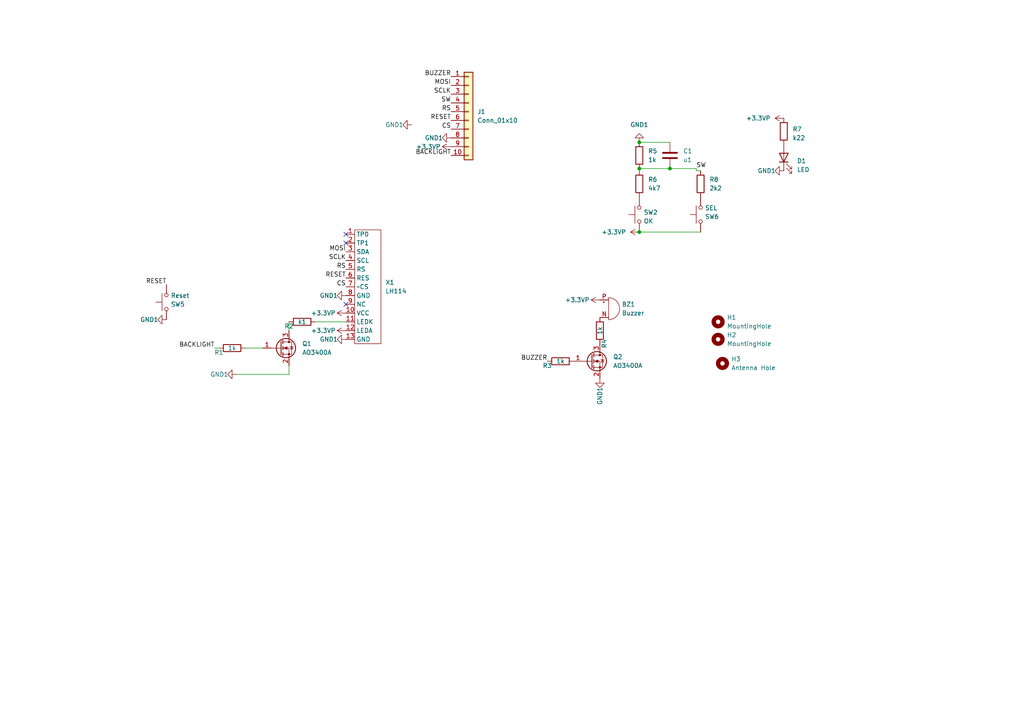
<source format=kicad_sch>
(kicad_sch (version 20230121) (generator eeschema)
  (paper "A4")
  (lib_symbols
    (symbol "Connector_Generic:Conn_01x10" (pin_names (offset 1.016) hide)
      (property "Reference" "J" (at 0 12.7 0))
      (property "Value" "Conn_01x10" (at 0 -15.24 0))
      (symbol "Conn_01x10_1_1"
        (rectangle (start -1.27 -12.573) (end 0 -12.827) (stroke (width 0.1524)))
        (rectangle (start -1.27 -10.033) (end 0 -10.287) (stroke (width 0.1524)))
        (rectangle (start -1.27 -7.493) (end 0 -7.747) (stroke (width 0.1524)))
        (rectangle (start -1.27 -4.953) (end 0 -5.207) (stroke (width 0.1524)))
        (rectangle (start -1.27 -2.413) (end 0 -2.667) (stroke (width 0.1524)))
        (rectangle (start -1.27 0.127) (end 0 -0.127) (stroke (width 0.1524)))
        (rectangle (start -1.27 2.667) (end 0 2.413) (stroke (width 0.1524)))
        (rectangle (start -1.27 5.207) (end 0 4.953) (stroke (width 0.1524)))
        (rectangle (start -1.27 7.747) (end 0 7.493) (stroke (width 0.1524)))
        (rectangle (start -1.27 10.287) (end 0 10.033) (stroke (width 0.1524)))
        (rectangle (start -1.27 11.43) (end 1.27 -13.97) (stroke (width 0.254)) (fill (type background)))
        (pin passive line (at -5.08 10.16 0) (length 3.81) (name "Pin_1") (number "1"))
        (pin passive line (at -5.08 -12.7 0) (length 3.81) (name "Pin_10") (number "10"))
        (pin passive line (at -5.08 7.62 0) (length 3.81) (name "Pin_2") (number "2"))
        (pin passive line (at -5.08 5.08 0) (length 3.81) (name "Pin_3") (number "3"))
        (pin passive line (at -5.08 2.54 0) (length 3.81) (name "Pin_4") (number "4"))
        (pin passive line (at -5.08 0 0) (length 3.81) (name "Pin_5") (number "5"))
        (pin passive line (at -5.08 -2.54 0) (length 3.81) (name "Pin_6") (number "6"))
        (pin passive line (at -5.08 -5.08 0) (length 3.81) (name "Pin_7") (number "7"))
        (pin passive line (at -5.08 -7.62 0) (length 3.81) (name "Pin_8") (number "8"))
        (pin passive line (at -5.08 -10.16 0) (length 3.81) (name "Pin_9") (number "9"))
      )
    )
    (symbol "Device:Buzzer" (pin_names (offset 0.0254) hide)
      (property "Reference" "BZ?" (at 3.81 1.2701 0))
      (property "Value" "Buzzer" (at 3.81 -1.2699 0))
      (symbol "Buzzer_0_1"
        (arc (start 0 -3.175) (mid 3.1612 0) (end 0 3.175))
        (polyline (pts (xy -1.651 1.905) (xy -1.143 1.905)))
        (polyline (pts (xy -1.397 2.159) (xy -1.397 1.651)))
        (polyline (pts (xy 0 3.175) (xy 0 -3.175)))
      )
      (symbol "Buzzer_1_1"
        (pin passive line (at -2.54 -2.54 0) (length 2.54) (name "+") (number "N"))
        (pin passive line (at -2.54 2.54 0) (length 2.54) (name "-") (number "P"))
      )
    )
    (symbol "Device:C" (pin_numbers hide) (pin_names (offset 0.254))
      (property "Reference" "C" (at 0.635 2.54 0))
      (property "Value" "C" (at 0.635 -2.54 0))
      (symbol "C_0_1"
        (polyline (pts (xy -2.032 -0.762) (xy 2.032 -0.762)) (stroke (width 0.508)))
        (polyline (pts (xy -2.032 0.762) (xy 2.032 0.762)) (stroke (width 0.508)))
      )
      (symbol "C_1_1"
        (pin passive line (at 0 3.81 270) (length 2.794) (name "~") (number "1"))
        (pin passive line (at 0 -3.81 90) (length 2.794) (name "~") (number "2"))
      )
    )
    (symbol "Device:LED" (pin_numbers hide) (pin_names (offset 1.016) hide)
      (property "Reference" "D" (at 0 2.54 0))
      (property "Value" "LED" (at 0 -2.54 0))
      (symbol "LED_0_1"
        (polyline (pts (xy -1.27 -1.27) (xy -1.27 1.27)) (stroke (width 0.254)))
        (polyline (pts (xy -1.27 0) (xy 1.27 0)))
        (polyline (pts (xy 1.27 -1.27) (xy 1.27 1.27) (xy -1.27 0) (xy 1.27 -1.27)) (stroke (width 0.254)))
        (polyline (pts (xy -3.048 -0.762) (xy -4.572 -2.286) (xy -3.81 -2.286) (xy -4.572 -2.286) (xy -4.572 -1.524)))
        (polyline (pts (xy -1.778 -0.762) (xy -3.302 -2.286) (xy -2.54 -2.286) (xy -3.302 -2.286) (xy -3.302 -1.524)))
      )
      (symbol "LED_1_1"
        (pin passive line (at -3.81 0 0) (length 2.54) (name "K") (number "1"))
        (pin passive line (at 3.81 0 180) (length 2.54) (name "A") (number "2"))
      )
    )
    (symbol "Device:R" (pin_numbers hide) (pin_names (offset 0))
      (property "Reference" "R" (at 2.032 0 90))
      (property "Value" "R" (at 0 0 90))
      (symbol "R_0_1"
        (rectangle (start -1.016 -2.54) (end 1.016 2.54) (stroke (width 0.254)))
      )
      (symbol "R_1_1"
        (pin passive line (at 0 3.81 270) (length 1.27) (name "~") (number "1"))
        (pin passive line (at 0 -3.81 90) (length 1.27) (name "~") (number "2"))
      )
    )
    (symbol "Mechanical:MountingHole" (pin_names (offset 1.016))
      (property "Reference" "H" (at 0 5.08 0))
      (property "Value" "MountingHole" (at 0 3.175 0))
      (symbol "MountingHole_0_1"
        (circle (center 0 0) (radius 1.27) (stroke (width 1.27)))
      )
    )
    (symbol "Switch:SW_Push" (pin_numbers hide) (pin_names (offset 1.016) hide)
      (property "Reference" "SW" (at 1.27 2.54 0))
      (property "Value" "SW_Push" (at 0 -1.524 0))
      (symbol "SW_Push_0_1"
        (circle (center -2.032 0) (radius 0.508))
        (polyline (pts (xy 0 1.27) (xy 0 3.048)))
        (polyline (pts (xy 2.54 1.27) (xy -2.54 1.27)))
        (circle (center 2.032 0) (radius 0.508))
        (pin passive line (at -5.08 0 0) (length 2.54) (name "1") (number "1"))
        (pin passive line (at 5.08 0 180) (length 2.54) (name "2") (number "2"))
      )
    )
    (symbol "Transistor_FET:AO3400A" (pin_names hide)
      (property "Reference" "Q" (at 5.08 1.905 0))
      (property "Value" "AO3400A" (at 5.08 0 0))
      (symbol "AO3400A_0_1"
        (polyline (pts (xy 0.254 0) (xy -2.54 0)))
        (polyline (pts (xy 0.254 1.905) (xy 0.254 -1.905)) (stroke (width 0.254)))
        (polyline (pts (xy 0.762 -1.27) (xy 0.762 -2.286)) (stroke (width 0.254)))
        (polyline (pts (xy 0.762 0.508) (xy 0.762 -0.508)) (stroke (width 0.254)))
        (polyline (pts (xy 0.762 2.286) (xy 0.762 1.27)) (stroke (width 0.254)))
        (polyline (pts (xy 2.54 2.54) (xy 2.54 1.778)))
        (polyline (pts (xy 2.54 -2.54) (xy 2.54 0) (xy 0.762 0)))
        (polyline (pts (xy 0.762 -1.778) (xy 3.302 -1.778) (xy 3.302 1.778) (xy 0.762 1.778)))
        (polyline (pts (xy 1.016 0) (xy 2.032 0.381) (xy 2.032 -0.381) (xy 1.016 0)) (fill (type outline)))
        (polyline (pts (xy 2.794 0.508) (xy 2.921 0.381) (xy 3.683 0.381) (xy 3.81 0.254)))
        (polyline (pts (xy 3.302 0.381) (xy 2.921 -0.254) (xy 3.683 -0.254) (xy 3.302 0.381)))
        (circle (center 1.651 0) (radius 2.794) (stroke (width 0.254)))
        (circle (center 2.54 -1.778) (radius 0.254) (fill (type outline)))
        (circle (center 2.54 1.778) (radius 0.254) (fill (type outline)))
      )
      (symbol "AO3400A_1_1"
        (pin input line (at -5.08 0 0) (length 2.54) (name "G") (number "1"))
        (pin passive line (at 2.54 -5.08 90) (length 2.54) (name "S") (number "2"))
        (pin passive line (at 2.54 5.08 270) (length 2.54) (name "D") (number "3"))
      )
    )
    (symbol "liebler_OPTO:FP096H01B"
      (property "Reference" "X" (at -1.27 20.32 0))
      (property "Value" "FP096H01B" (at -1.27 17.78 0))
      (symbol "FP096H01B_0_1"
        (rectangle (start -3.81 16.51) (end 3.81 -16.51))
      )
      (symbol "FP096H01B_1_1"
        (pin input line (at -6.35 15.24 0) (length 2.54) (name "TP0") (number "1"))
        (pin power_in line (at -6.35 -7.62 0) (length 2.54) (name "VCC") (number "10"))
        (pin power_in line (at -6.35 -10.16 0) (length 2.54) (name "LEDK") (number "11"))
        (pin power_in line (at -6.35 -12.7 0) (length 2.54) (name "LEDA") (number "12"))
        (pin power_in line (at -6.35 -15.24 0) (length 2.54) (name "GND") (number "13"))
        (pin input line (at -6.35 12.7 0) (length 2.54) (name "TP1") (number "2"))
        (pin input line (at -6.35 10.16 0) (length 2.54) (name "SDA") (number "3"))
        (pin input line (at -6.35 7.62 0) (length 2.54) (name "SCL") (number "4"))
        (pin input line (at -6.35 5.08 0) (length 2.54) (name "RS") (number "5"))
        (pin input line (at -6.35 2.54 0) (length 2.54) (name "RES") (number "6"))
        (pin input line (at -6.35 0 0) (length 2.54) (name "~CS") (number "7"))
        (pin power_in line (at -6.35 -2.54 0) (length 2.54) (name "GND") (number "8"))
        (pin free line (at -6.35 -5.08 0) (length 2.54) (name "NC") (number "9"))
      )
    )
    (symbol "power:+3.3VP" (power) (pin_names (offset 0))
      (property "Value" "+3.3VP" (at 0 2.54 0))
      (symbol "+3.3VP_0_0"
        (pin power_in line (at 0 0 90) (length 0) hide (name "+3.3VP") (number "1"))
      )
      (symbol "+3.3VP_0_1"
        (polyline (pts (xy -0.762 1.27) (xy 0 2.54)))
        (polyline (pts (xy 0 0) (xy 0 2.54)))
        (polyline (pts (xy 0 2.54) (xy 0.762 1.27)))
      )
    )
    (symbol "power:GND1" (power) (pin_names (offset 0))
      (property "Value" "GND1" (at 0 -3.81 0))
      (symbol "GND1_0_1"
        (polyline (pts (xy 0 0) (xy 0 -1.27) (xy 1.27 -1.27) (xy 0 -2.54) (xy -1.27 -1.27) (xy 0 -1.27)))
      )
      (symbol "GND1_1_1"
        (pin power_in line (at 0 0 270) (length 0) hide (name "GND1") (number "1"))
      )
    )
  )
  (junction (at 185.42 41.275))
  (junction (at 194.31 48.895))
  (junction (at 185.42 48.895))
  (junction (at 185.42 67.31))
  (no_connect (at 100.33 70.485))
  (no_connect (at 100.33 67.945))
  (no_connect (at 100.33 88.265))
  (wire (pts (xy 201.93 49.53) (xy 201.93 48.895)))
  (wire (pts (xy 185.42 41.275) (xy 194.31 41.275)))
  (wire (pts (xy 62.23 100.965) (xy 63.5 100.965)))
  (wire (pts (xy 83.82 106.045) (xy 83.82 108.585)))
  (wire (pts (xy 185.42 49.53) (xy 185.42 48.895)))
  (wire (pts (xy 71.12 100.965) (xy 76.2 100.965)))
  (wire (pts (xy 185.42 48.895) (xy 194.31 48.895)))
  (wire (pts (xy 201.93 48.895) (xy 194.31 48.895)))
  (wire (pts (xy 83.82 95.885) (xy 83.82 93.345)))
  (wire (pts (xy 68.58 108.585) (xy 83.82 108.585)))
  (wire (pts (xy 185.42 67.31) (xy 203.2 67.31)))
  (wire (pts (xy 91.44 93.345) (xy 100.33 93.345)))
  (wire (pts (xy 201.93 49.53) (xy 203.2 49.53)))
  (label "SCLK" (at 100.33 75.565 180))
  (label "CS" (at 130.81 37.465 180))
  (label "RS" (at 130.81 32.385 180))
  (label "SW" (at 201.93 48.895 0))
  (label "MOSI" (at 100.33 73.025 180))
  (label "BUZZER" (at 158.75 104.775 180))
  (label "RS" (at 100.33 78.105 180))
  (label "RESET" (at 100.33 80.645 180))
  (label "MOSI" (at 130.81 24.765 180))
  (label "SCLK" (at 130.81 27.305 180))
  (label "SW" (at 130.81 29.845 180))
  (label "BACKLIGHT" (at 130.81 45.085 180))
  (label "BUZZER" (at 130.81 22.225 180))
  (label "RESET" (at 48.26 82.55 180))
  (label "RESET" (at 130.81 34.925 180))
  (label "CS" (at 100.33 83.185 180))
  (label "BACKLIGHT" (at 62.23 100.965 180))
  (symbol (lib_id "Transistor_FET:AO3400A") (at 171.45 104.775 0) (unit 1)
    (property "Reference" "Q2" (at 177.8 103.5049 0) (effects (justify left)))
    (property "Value" "AO3400A" (at 177.8 106.0449 0) (effects (justify left)))
    (property "Footprint" "liebler_SEMICONDUCTORS:SOT-23_Handsoldering" (effects hide))
    (property "Datasheet" "http://www.aosmd.com/pdfs/datasheet/AO3400A.pdf" (effects hide))
  )
  (symbol (lib_id "power:GND1") (at 227.33 49.53 270) (unit 1)
    (property "Reference" "#PWR01" (effects hide))
    (property "Value" "GND1" (at 219.71 49.53 90) (effects (justify left)))
  )
  (symbol (lib_id "Device:R") (at 185.42 45.085 0) (unit 1)
    (property "Reference" "R5" (at 187.96 43.8149 0) (effects (justify left)))
    (property "Value" "1k" (at 187.96 46.3549 0) (effects (justify left)))
    (property "Footprint" "Resistor_SMD:R_0805_2012Metric_Pad1.20x1.40mm_HandSolder" (effects hide))
  )
  (symbol (lib_id "Device:R") (at 203.2 53.34 0) (unit 1)
    (property "Reference" "R8" (at 205.74 52.0699 0) (effects (justify left)))
    (property "Value" "2k2" (at 205.74 54.6099 0) (effects (justify left)))
    (property "Footprint" "Resistor_SMD:R_0805_2012Metric_Pad1.20x1.40mm_HandSolder" (effects hide))
  )
  (symbol (lib_id "power:GND1") (at 68.58 108.585 270) (unit 1)
    (property "Reference" "#PWR02" (effects hide))
    (property "Value" "GND1" (at 60.96 108.585 90) (effects (justify left)))
  )
  (symbol (lib_id "Switch:SW_Push") (at 48.26 87.63 90) (unit 1)
    (property "Reference" "SW5" (at 49.53 88.265 90) (effects (justify right)))
    (property "Value" "Reset" (at 49.53 85.725 90) (effects (justify right)))
    (property "Footprint" "liebler_MECH:Button_2x4x3,5_handsolder" (effects hide))
  )
  (symbol (lib_id "power:+3.3VP") (at 173.99 86.995 90) (unit 1)
    (property "Reference" "#PWR09" (effects hide))
    (property "Value" "+3.3VP" (at 163.83 86.995 90) (effects (justify right)))
  )
  (symbol (lib_id "power:GND1") (at 48.26 92.71 270) (unit 1)
    (property "Reference" "#PWR013" (effects hide))
    (property "Value" "GND1" (at 40.64 92.71 90) (effects (justify left)))
  )
  (symbol (lib_id "Device:R") (at 67.31 100.965 90) (unit 1)
    (property "Reference" "R1" (at 63.5 102.235 90))
    (property "Value" "1k" (at 67.31 100.965 90))
    (property "Footprint" "Resistor_SMD:R_0805_2012Metric_Pad1.20x1.40mm_HandSolder" (effects hide))
  )
  (symbol (lib_id "Device:R") (at 185.42 53.34 0) (unit 1)
    (property "Reference" "R6" (at 187.96 52.0699 0) (effects (justify left)))
    (property "Value" "4k7" (at 187.96 54.6099 0) (effects (justify left)))
    (property "Footprint" "Resistor_SMD:R_0805_2012Metric_Pad1.20x1.40mm_HandSolder" (effects hide))
  )
  (symbol (lib_id "Device:C") (at 194.31 45.085 0) (unit 1)
    (property "Reference" "C1" (at 198.12 43.8149 0) (effects (justify left)))
    (property "Value" "u1" (at 198.12 46.3549 0) (effects (justify left)))
    (property "Footprint" "Capacitor_SMD:C_0805_2012Metric_Pad1.18x1.45mm_HandSolder" (effects hide))
  )
  (symbol (lib_id "Connector_Generic:Conn_01x10") (at 135.89 32.385 0) (unit 1)
    (property "Reference" "J1" (at 138.43 32.3849 0) (effects (justify left)))
    (property "Value" "Conn_01x10" (at 138.43 34.9249 0) (effects (justify left)))
    (property "Footprint" "liebler_CONN:FFC_FPC_10_P0.50mm_Horizontal" (effects hide))
  )
  (symbol (lib_id "power:+3.3VP") (at 100.33 90.805 90) (unit 1)
    (property "Reference" "#PWR0101" (effects hide))
    (property "Value" "+3.3VP" (at 90.17 90.805 90) (effects (justify right)))
  )
  (symbol (lib_id "Switch:SW_Push") (at 203.2 62.23 90) (mirror x) (unit 1)
    (property "Reference" "SW6" (at 204.47 62.865 90) (effects (justify right)))
    (property "Value" "SEL" (at 204.47 60.325 90) (effects (justify right)))
    (property "Footprint" "Button_Switch_SMD:SW_SPST_B3SL-1002P" (effects hide))
  )
  (symbol (lib_id "liebler_OPTO:FP096H01B") (at 106.68 83.185 0) (unit 1)
    (property "Reference" "X1" (at 111.76 81.9149 0) (effects (justify left)))
    (property "Value" "LH114" (at 111.76 84.4549 0) (effects (justify left)))
    (property "Footprint" "liebler_OPTO:FP-114 13pol" (effects hide))
  )
  (symbol (lib_id "power:+3.3VP") (at 185.42 67.31 90) (unit 1)
    (property "Reference" "#PWR012" (effects hide))
    (property "Value" "+3.3VP" (at 181.61 67.3099 90) (effects (justify left)))
  )
  (symbol (lib_id "power:GND1") (at 119.38 36.195 270) (unit 1)
    (property "Reference" "#PWR06" (effects hide))
    (property "Value" "GND1" (at 111.76 36.195 90) (effects (justify left)))
  )
  (symbol (lib_id "Mechanical:MountingHole") (at 208.28 98.425 0) (unit 1)
    (property "Reference" "H2" (at 210.82 97.1549 0) (effects (justify left)))
    (property "Value" "MountingHole" (at 210.82 99.6949 0) (effects (justify left)))
    (property "Footprint" "MountingHole:MountingHole_2mm" (effects hide))
  )
  (symbol (lib_id "Switch:SW_Push") (at 185.42 62.23 90) (unit 1)
    (property "Reference" "SW2" (at 186.69 61.595 90) (effects (justify right)))
    (property "Value" "OK" (at 186.69 64.135 90) (effects (justify right)))
    (property "Footprint" "Button_Switch_SMD:SW_SPST_B3SL-1002P" (effects hide))
  )
  (symbol (lib_id "power:+3.3VP") (at 100.33 95.885 90) (unit 1)
    (property "Reference" "#PWR04" (effects hide))
    (property "Value" "+3.3VP" (at 90.17 95.885 90) (effects (justify right)))
  )
  (symbol (lib_id "power:GND1") (at 100.33 85.725 270) (unit 1)
    (property "Reference" "#PWR03" (effects hide))
    (property "Value" "GND1" (at 92.71 85.725 90) (effects (justify left)))
  )
  (symbol (lib_id "Device:R") (at 162.56 104.775 90) (unit 1)
    (property "Reference" "R3" (at 158.75 106.045 90))
    (property "Value" "1k" (at 162.56 104.775 90))
    (property "Footprint" "Resistor_SMD:R_0805_2012Metric_Pad1.20x1.40mm_HandSolder" (effects hide))
  )
  (symbol (lib_id "Device:R") (at 173.99 95.885 180) (unit 1)
    (property "Reference" "R4" (at 175.26 99.695 90))
    (property "Value" "1k" (at 173.99 95.885 90))
    (property "Footprint" "Resistor_SMD:R_0805_2012Metric_Pad1.20x1.40mm_HandSolder" (effects hide))
  )
  (symbol (lib_id "power:GND1") (at 130.81 40.005 270) (unit 1)
    (property "Reference" "#PWR07" (effects hide))
    (property "Value" "GND1" (at 123.19 40.005 90) (effects (justify left)))
  )
  (symbol (lib_id "power:GND1") (at 185.42 41.275 180) (unit 1)
    (property "Reference" "#PWR011" (effects hide))
    (property "Value" "GND1" (at 185.42 36.195 0))
  )
  (symbol (lib_id "Device:Buzzer") (at 176.53 89.535 0) (unit 1)
    (property "Reference" "BZ1" (at 180.34 88.2649 0) (effects (justify left)))
    (property "Value" "Buzzer" (at 180.34 90.8049 0) (effects (justify left)))
    (property "Footprint" "liebler_MECH:XDCR_CMT-7525-80-SMT-TR_handsolder" (effects hide))
  )
  (symbol (lib_id "Device:R") (at 87.63 93.345 90) (unit 1)
    (property "Reference" "R2" (at 83.82 94.615 90))
    (property "Value" "k1" (at 87.63 93.345 90))
    (property "Footprint" "Resistor_SMD:R_0805_2012Metric_Pad1.20x1.40mm_HandSolder" (effects hide))
  )
  (symbol (lib_id "power:GND1") (at 100.33 98.425 270) (unit 1)
    (property "Reference" "#PWR05" (effects hide))
    (property "Value" "GND1" (at 92.71 98.425 90) (effects (justify left)))
  )
  (symbol (lib_id "Mechanical:MountingHole") (at 208.28 93.345 0) (unit 1)
    (property "Reference" "H1" (at 210.82 92.0749 0) (effects (justify left)))
    (property "Value" "MountingHole" (at 210.82 94.6149 0) (effects (justify left)))
    (property "Footprint" "MountingHole:MountingHole_2mm" (effects hide))
  )
  (symbol (lib_id "Transistor_FET:AO3400A") (at 81.28 100.965 0) (unit 1) (in_bom no)
    (property "Reference" "Q1" (at 87.63 99.6949 0) (effects (justify left)))
    (property "Value" "AO3400A" (at 87.63 102.2349 0) (effects (justify left)))
    (property "Footprint" "liebler_SEMICONDUCTORS:SOT-23_Handsoldering" (effects hide))
    (property "Datasheet" "http://www.aosmd.com/pdfs/datasheet/AO3400A.pdf" (effects hide))
  )
  (symbol (lib_id "Device:LED") (at 227.33 45.72 90) (unit 1)
    (property "Reference" "D1" (at 231.14 46.6725 90) (effects (justify right)))
    (property "Value" "LED" (at 231.14 49.2125 90) (effects (justify right)))
    (property "Footprint" "LED_SMD:LED_0805_2012Metric_Pad1.15x1.40mm_HandSolder" (effects hide))
  )
  (symbol (lib_id "power:GND1") (at 173.99 109.855 0) (unit 1)
    (property "Reference" "#PWR010" (effects hide))
    (property "Value" "GND1" (at 173.99 117.475 90) (effects (justify left)))
  )
  (symbol (lib_id "power:+3.3VP") (at 130.81 42.545 90) (unit 1)
    (property "Reference" "#PWR08" (effects hide))
    (property "Value" "+3.3VP" (at 120.65 42.545 90) (effects (justify right)))
  )
  (symbol (lib_id "power:+3.3VP") (at 227.33 34.29 90) (unit 1)
    (property "Reference" "#PWR014" (effects hide))
    (property "Value" "+3.3VP" (at 223.52 34.2899 90) (effects (justify left)))
  )
  (symbol (lib_id "Mechanical:MountingHole") (at 209.55 105.41 0) (unit 1)
    (property "Reference" "H3" (at 212.09 104.1399 0) (effects (justify left)))
    (property "Value" "Antenna Hole" (at 212.09 106.6799 0) (effects (justify left)))
    (property "Footprint" "liebler_MECH:SMA_Schraubbefestigung" (effects hide))
  )
  (symbol (lib_id "Device:R") (at 227.33 38.1 0) (unit 1)
    (property "Reference" "R7" (at 229.87 37.465 0) (effects (justify left)))
    (property "Value" "k22" (at 229.87 40.005 0) (effects (justify left)))
    (property "Footprint" "Resistor_SMD:R_0805_2012Metric_Pad1.20x1.40mm_HandSolder" (effects hide))
  )
)
</source>
